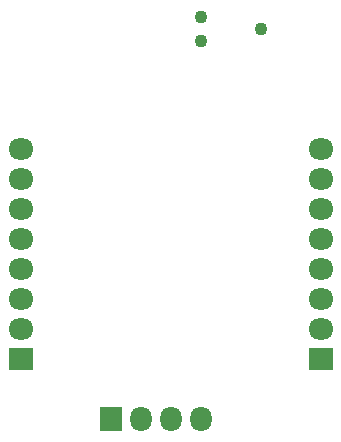
<source format=gbs>
G04 #@! TF.FileFunction,Soldermask,Bot*
%FSLAX46Y46*%
G04 Gerber Fmt 4.6, Leading zero omitted, Abs format (unit mm)*
G04 Created by KiCad (PCBNEW 4.0.2+dfsg1-stable) date So 05 Jun 2016 12:59:14 CEST*
%MOMM*%
G01*
G04 APERTURE LIST*
%ADD10C,0.100000*%
%ADD11R,1.827200X2.132000*%
%ADD12O,1.827200X2.132000*%
%ADD13R,2.132000X1.827200*%
%ADD14O,2.132000X1.827200*%
%ADD15C,1.090600*%
G04 APERTURE END LIST*
D10*
D11*
X109220000Y-140970000D03*
D12*
X111760000Y-140970000D03*
X114300000Y-140970000D03*
X116840000Y-140970000D03*
D13*
X101600000Y-135890000D03*
D14*
X101600000Y-133350000D03*
X101600000Y-130810000D03*
X101600000Y-128270000D03*
X101600000Y-125730000D03*
X101600000Y-123190000D03*
X101600000Y-120650000D03*
X101600000Y-118110000D03*
D13*
X127000000Y-135890000D03*
D14*
X127000000Y-133350000D03*
X127000000Y-130810000D03*
X127000000Y-128270000D03*
X127000000Y-125730000D03*
X127000000Y-123190000D03*
X127000000Y-120650000D03*
X127000000Y-118110000D03*
D15*
X116840000Y-108966000D03*
X116840000Y-106934000D03*
X121920000Y-107950000D03*
M02*

</source>
